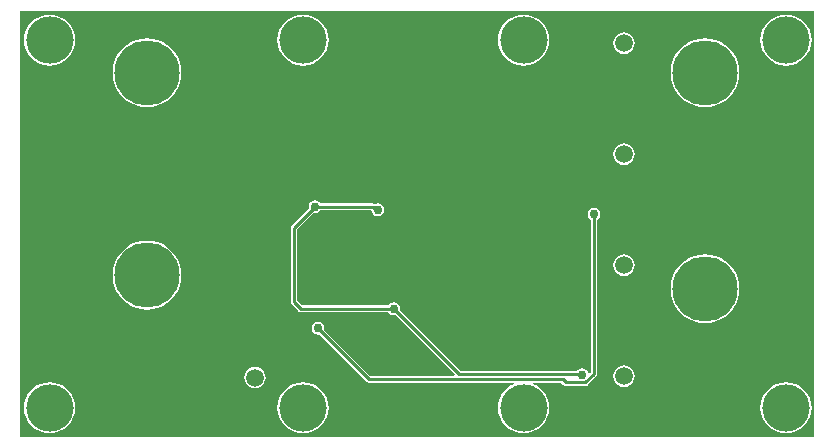
<source format=gbl>
G04*
G04 #@! TF.GenerationSoftware,Altium Limited,Altium Designer,20.0.8 (157)*
G04*
G04 Layer_Physical_Order=2*
G04 Layer_Color=16711680*
%FSLAX24Y24*%
%MOIN*%
G70*
G01*
G75*
%ADD14C,0.0100*%
%ADD36R,0.0591X0.0591*%
%ADD37C,0.0591*%
%ADD38C,0.2172*%
%ADD39R,0.2172X0.2172*%
%ADD40C,0.1575*%
%ADD41C,0.0300*%
%ADD42C,0.0150*%
G36*
X51988Y20512D02*
X25512D01*
X25512Y34738D01*
X51988D01*
X51988Y20512D01*
D02*
G37*
%LPC*%
G36*
X45650Y34008D02*
X45557Y33996D01*
X45471Y33960D01*
X45397Y33903D01*
X45340Y33829D01*
X45304Y33743D01*
X45292Y33650D01*
X45304Y33557D01*
X45340Y33471D01*
X45397Y33397D01*
X45471Y33340D01*
X45557Y33304D01*
X45650Y33292D01*
X45743Y33304D01*
X45829Y33340D01*
X45903Y33397D01*
X45960Y33471D01*
X45996Y33557D01*
X46008Y33650D01*
X45996Y33743D01*
X45960Y33829D01*
X45903Y33903D01*
X45829Y33960D01*
X45743Y33996D01*
X45650Y34008D01*
D02*
G37*
G36*
X51050Y34602D02*
X50884Y34585D01*
X50724Y34537D01*
X50577Y34458D01*
X50448Y34352D01*
X50342Y34223D01*
X50263Y34076D01*
X50215Y33916D01*
X50198Y33750D01*
X50215Y33584D01*
X50263Y33424D01*
X50342Y33277D01*
X50448Y33148D01*
X50577Y33042D01*
X50724Y32963D01*
X50884Y32915D01*
X51050Y32898D01*
X51216Y32915D01*
X51376Y32963D01*
X51523Y33042D01*
X51652Y33148D01*
X51758Y33277D01*
X51837Y33424D01*
X51885Y33584D01*
X51901Y33750D01*
X51885Y33916D01*
X51837Y34076D01*
X51758Y34223D01*
X51652Y34352D01*
X51523Y34458D01*
X51376Y34537D01*
X51216Y34585D01*
X51050Y34602D01*
D02*
G37*
G36*
X42300D02*
X42134Y34585D01*
X41974Y34537D01*
X41827Y34458D01*
X41698Y34352D01*
X41592Y34223D01*
X41513Y34076D01*
X41465Y33916D01*
X41448Y33750D01*
X41465Y33584D01*
X41513Y33424D01*
X41592Y33277D01*
X41698Y33148D01*
X41827Y33042D01*
X41974Y32963D01*
X42134Y32915D01*
X42300Y32898D01*
X42466Y32915D01*
X42626Y32963D01*
X42773Y33042D01*
X42902Y33148D01*
X43008Y33277D01*
X43087Y33424D01*
X43135Y33584D01*
X43151Y33750D01*
X43135Y33916D01*
X43087Y34076D01*
X43008Y34223D01*
X42902Y34352D01*
X42773Y34458D01*
X42626Y34537D01*
X42466Y34585D01*
X42300Y34602D01*
D02*
G37*
G36*
X34950D02*
X34784Y34585D01*
X34624Y34537D01*
X34477Y34458D01*
X34348Y34352D01*
X34242Y34223D01*
X34163Y34076D01*
X34115Y33916D01*
X34098Y33750D01*
X34115Y33584D01*
X34163Y33424D01*
X34242Y33277D01*
X34348Y33148D01*
X34477Y33042D01*
X34624Y32963D01*
X34784Y32915D01*
X34950Y32898D01*
X35116Y32915D01*
X35276Y32963D01*
X35423Y33042D01*
X35552Y33148D01*
X35658Y33277D01*
X35737Y33424D01*
X35785Y33584D01*
X35801Y33750D01*
X35785Y33916D01*
X35737Y34076D01*
X35658Y34223D01*
X35552Y34352D01*
X35423Y34458D01*
X35276Y34537D01*
X35116Y34585D01*
X34950Y34602D01*
D02*
G37*
G36*
X26500D02*
X26334Y34585D01*
X26174Y34537D01*
X26027Y34458D01*
X25898Y34352D01*
X25792Y34223D01*
X25713Y34076D01*
X25665Y33916D01*
X25649Y33750D01*
X25665Y33584D01*
X25713Y33424D01*
X25792Y33277D01*
X25898Y33148D01*
X26027Y33042D01*
X26174Y32963D01*
X26334Y32915D01*
X26500Y32898D01*
X26666Y32915D01*
X26826Y32963D01*
X26973Y33042D01*
X27102Y33148D01*
X27208Y33277D01*
X27287Y33424D01*
X27335Y33584D01*
X27352Y33750D01*
X27335Y33916D01*
X27287Y34076D01*
X27208Y34223D01*
X27102Y34352D01*
X26973Y34458D01*
X26826Y34537D01*
X26666Y34585D01*
X26500Y34602D01*
D02*
G37*
G36*
X48350Y33817D02*
X48170Y33803D01*
X47995Y33760D01*
X47828Y33691D01*
X47674Y33597D01*
X47537Y33480D01*
X47420Y33343D01*
X47326Y33189D01*
X47257Y33022D01*
X47215Y32847D01*
X47201Y32667D01*
X47215Y32488D01*
X47257Y32312D01*
X47326Y32146D01*
X47420Y31992D01*
X47537Y31855D01*
X47674Y31737D01*
X47828Y31643D01*
X47995Y31574D01*
X48170Y31532D01*
X48350Y31518D01*
X48530Y31532D01*
X48705Y31574D01*
X48872Y31643D01*
X49026Y31737D01*
X49163Y31855D01*
X49280Y31992D01*
X49374Y32146D01*
X49443Y32312D01*
X49485Y32488D01*
X49499Y32667D01*
X49485Y32847D01*
X49443Y33022D01*
X49374Y33189D01*
X49280Y33343D01*
X49163Y33480D01*
X49026Y33597D01*
X48872Y33691D01*
X48705Y33760D01*
X48530Y33803D01*
X48350Y33817D01*
D02*
G37*
G36*
X29750D02*
X29570Y33803D01*
X29395Y33760D01*
X29228Y33691D01*
X29074Y33597D01*
X28937Y33480D01*
X28820Y33343D01*
X28726Y33189D01*
X28657Y33022D01*
X28615Y32847D01*
X28601Y32667D01*
X28615Y32488D01*
X28657Y32312D01*
X28726Y32146D01*
X28820Y31992D01*
X28937Y31855D01*
X29074Y31737D01*
X29228Y31643D01*
X29395Y31574D01*
X29570Y31532D01*
X29750Y31518D01*
X29930Y31532D01*
X30105Y31574D01*
X30272Y31643D01*
X30426Y31737D01*
X30563Y31855D01*
X30680Y31992D01*
X30774Y32146D01*
X30843Y32312D01*
X30885Y32488D01*
X30899Y32667D01*
X30885Y32847D01*
X30843Y33022D01*
X30774Y33189D01*
X30680Y33343D01*
X30563Y33480D01*
X30426Y33597D01*
X30272Y33691D01*
X30105Y33760D01*
X29930Y33803D01*
X29750Y33817D01*
D02*
G37*
G36*
X45650Y30308D02*
X45557Y30296D01*
X45471Y30260D01*
X45397Y30203D01*
X45340Y30129D01*
X45304Y30043D01*
X45292Y29950D01*
X45304Y29857D01*
X45340Y29771D01*
X45397Y29697D01*
X45471Y29640D01*
X45557Y29604D01*
X45650Y29592D01*
X45743Y29604D01*
X45829Y29640D01*
X45903Y29697D01*
X45960Y29771D01*
X45996Y29857D01*
X46008Y29950D01*
X45996Y30043D01*
X45960Y30129D01*
X45903Y30203D01*
X45829Y30260D01*
X45743Y30296D01*
X45650Y30308D01*
D02*
G37*
G36*
Y26608D02*
X45557Y26596D01*
X45471Y26560D01*
X45397Y26503D01*
X45340Y26429D01*
X45304Y26343D01*
X45292Y26250D01*
X45304Y26157D01*
X45340Y26071D01*
X45397Y25997D01*
X45471Y25940D01*
X45557Y25904D01*
X45650Y25892D01*
X45743Y25904D01*
X45829Y25940D01*
X45903Y25997D01*
X45960Y26071D01*
X45996Y26157D01*
X46008Y26250D01*
X45996Y26343D01*
X45960Y26429D01*
X45903Y26503D01*
X45829Y26560D01*
X45743Y26596D01*
X45650Y26608D01*
D02*
G37*
G36*
X29750Y27067D02*
X29570Y27053D01*
X29395Y27010D01*
X29228Y26941D01*
X29074Y26847D01*
X28937Y26730D01*
X28820Y26593D01*
X28726Y26439D01*
X28657Y26272D01*
X28615Y26097D01*
X28601Y25917D01*
X28615Y25738D01*
X28657Y25562D01*
X28726Y25396D01*
X28820Y25242D01*
X28937Y25105D01*
X29074Y24987D01*
X29228Y24893D01*
X29395Y24824D01*
X29570Y24782D01*
X29750Y24768D01*
X29930Y24782D01*
X30105Y24824D01*
X30272Y24893D01*
X30426Y24987D01*
X30563Y25105D01*
X30680Y25242D01*
X30774Y25396D01*
X30843Y25562D01*
X30885Y25738D01*
X30899Y25917D01*
X30885Y26097D01*
X30843Y26272D01*
X30774Y26439D01*
X30680Y26593D01*
X30563Y26730D01*
X30426Y26847D01*
X30272Y26941D01*
X30105Y27010D01*
X29930Y27053D01*
X29750Y27067D01*
D02*
G37*
G36*
X48350Y26617D02*
X48170Y26603D01*
X47995Y26560D01*
X47828Y26491D01*
X47674Y26397D01*
X47537Y26280D01*
X47420Y26143D01*
X47326Y25989D01*
X47257Y25823D01*
X47215Y25647D01*
X47201Y25467D01*
X47215Y25288D01*
X47257Y25112D01*
X47326Y24946D01*
X47420Y24792D01*
X47537Y24655D01*
X47674Y24537D01*
X47828Y24443D01*
X47995Y24374D01*
X48170Y24332D01*
X48350Y24318D01*
X48530Y24332D01*
X48705Y24374D01*
X48872Y24443D01*
X49026Y24537D01*
X49163Y24655D01*
X49280Y24792D01*
X49374Y24946D01*
X49443Y25112D01*
X49485Y25288D01*
X49499Y25467D01*
X49485Y25647D01*
X49443Y25823D01*
X49374Y25989D01*
X49280Y26143D01*
X49163Y26280D01*
X49026Y26397D01*
X48872Y26491D01*
X48705Y26560D01*
X48530Y26603D01*
X48350Y26617D01*
D02*
G37*
G36*
X35350Y28414D02*
X35268Y28398D01*
X35199Y28351D01*
X35152Y28282D01*
X35136Y28200D01*
X35145Y28154D01*
X34571Y27579D01*
X34546Y27543D01*
X34538Y27500D01*
X34538Y27500D01*
Y25022D01*
X34538Y25022D01*
X34546Y24980D01*
X34571Y24943D01*
X34795Y24719D01*
X34795Y24719D01*
X34831Y24695D01*
X34874Y24686D01*
X34874Y24686D01*
X37795D01*
X37821Y24647D01*
X37890Y24600D01*
X37972Y24584D01*
X38018Y24593D01*
X40003Y22608D01*
X39984Y22562D01*
X37196D01*
X35655Y24104D01*
X35664Y24150D01*
X35648Y24232D01*
X35601Y24301D01*
X35532Y24348D01*
X35450Y24364D01*
X35368Y24348D01*
X35299Y24301D01*
X35252Y24232D01*
X35236Y24150D01*
X35252Y24068D01*
X35299Y23999D01*
X35368Y23952D01*
X35450Y23936D01*
X35496Y23945D01*
X37071Y22371D01*
X37107Y22346D01*
X37150Y22338D01*
X37150Y22338D01*
X41971D01*
X41978Y22288D01*
X41974Y22287D01*
X41827Y22208D01*
X41698Y22102D01*
X41592Y21973D01*
X41513Y21826D01*
X41465Y21666D01*
X41448Y21500D01*
X41465Y21334D01*
X41513Y21174D01*
X41592Y21027D01*
X41698Y20898D01*
X41827Y20792D01*
X41974Y20713D01*
X42134Y20665D01*
X42300Y20649D01*
X42466Y20665D01*
X42626Y20713D01*
X42773Y20792D01*
X42902Y20898D01*
X43008Y21027D01*
X43087Y21174D01*
X43135Y21334D01*
X43151Y21500D01*
X43135Y21666D01*
X43087Y21826D01*
X43008Y21973D01*
X42902Y22102D01*
X42773Y22208D01*
X42626Y22287D01*
X42622Y22288D01*
X42629Y22338D01*
X43554D01*
X43631Y22261D01*
X43631Y22261D01*
X43667Y22236D01*
X43710Y22228D01*
X44358D01*
X44358Y22228D01*
X44401Y22236D01*
X44437Y22261D01*
X44729Y22553D01*
X44729Y22553D01*
X44754Y22589D01*
X44762Y22632D01*
X44762Y22632D01*
Y27772D01*
X44801Y27799D01*
X44848Y27868D01*
X44864Y27950D01*
X44848Y28032D01*
X44801Y28101D01*
X44732Y28148D01*
X44650Y28164D01*
X44568Y28148D01*
X44499Y28101D01*
X44452Y28032D01*
X44436Y27950D01*
X44452Y27868D01*
X44499Y27799D01*
X44538Y27772D01*
Y22679D01*
X44501Y22642D01*
X44453Y22656D01*
X44448Y22682D01*
X44401Y22751D01*
X44332Y22798D01*
X44250Y22814D01*
X44168Y22798D01*
X44099Y22751D01*
X44079Y22722D01*
X40207D01*
X38177Y24752D01*
X38186Y24798D01*
X38170Y24880D01*
X38124Y24950D01*
X38054Y24996D01*
X37972Y25012D01*
X37890Y24996D01*
X37821Y24950D01*
X37795Y24910D01*
X34921D01*
X34762Y25069D01*
Y27454D01*
X35304Y27995D01*
X35350Y27986D01*
X35432Y28002D01*
X35501Y28049D01*
X35528Y28088D01*
X37227D01*
X37241Y28018D01*
X37288Y27948D01*
X37357Y27902D01*
X37439Y27885D01*
X37521Y27902D01*
X37591Y27948D01*
X37637Y28018D01*
X37653Y28100D01*
X37637Y28181D01*
X37591Y28251D01*
X37521Y28297D01*
X37439Y28314D01*
X37357Y28297D01*
X37348Y28291D01*
X37329Y28304D01*
X37286Y28312D01*
X37286Y28312D01*
X35528D01*
X35501Y28351D01*
X35432Y28398D01*
X35350Y28414D01*
D02*
G37*
G36*
X45650Y22908D02*
X45557Y22896D01*
X45471Y22860D01*
X45397Y22803D01*
X45340Y22729D01*
X45304Y22643D01*
X45292Y22550D01*
X45304Y22457D01*
X45340Y22371D01*
X45397Y22297D01*
X45471Y22240D01*
X45557Y22204D01*
X45650Y22192D01*
X45743Y22204D01*
X45829Y22240D01*
X45903Y22297D01*
X45960Y22371D01*
X45996Y22457D01*
X46008Y22550D01*
X45996Y22643D01*
X45960Y22729D01*
X45903Y22803D01*
X45829Y22860D01*
X45743Y22896D01*
X45650Y22908D01*
D02*
G37*
G36*
X33350Y22858D02*
X33257Y22846D01*
X33171Y22810D01*
X33097Y22753D01*
X33040Y22679D01*
X33004Y22593D01*
X32992Y22500D01*
X33004Y22407D01*
X33040Y22321D01*
X33097Y22247D01*
X33171Y22190D01*
X33257Y22154D01*
X33350Y22142D01*
X33443Y22154D01*
X33529Y22190D01*
X33603Y22247D01*
X33660Y22321D01*
X33696Y22407D01*
X33708Y22500D01*
X33696Y22593D01*
X33660Y22679D01*
X33603Y22753D01*
X33529Y22810D01*
X33443Y22846D01*
X33350Y22858D01*
D02*
G37*
G36*
X51050Y22352D02*
X50884Y22335D01*
X50724Y22287D01*
X50577Y22208D01*
X50448Y22102D01*
X50342Y21973D01*
X50263Y21826D01*
X50215Y21666D01*
X50198Y21500D01*
X50215Y21334D01*
X50263Y21174D01*
X50342Y21027D01*
X50448Y20898D01*
X50577Y20792D01*
X50724Y20713D01*
X50884Y20665D01*
X51050Y20649D01*
X51216Y20665D01*
X51376Y20713D01*
X51523Y20792D01*
X51652Y20898D01*
X51758Y21027D01*
X51837Y21174D01*
X51885Y21334D01*
X51901Y21500D01*
X51885Y21666D01*
X51837Y21826D01*
X51758Y21973D01*
X51652Y22102D01*
X51523Y22208D01*
X51376Y22287D01*
X51216Y22335D01*
X51050Y22352D01*
D02*
G37*
G36*
X34950D02*
X34784Y22335D01*
X34624Y22287D01*
X34477Y22208D01*
X34348Y22102D01*
X34242Y21973D01*
X34163Y21826D01*
X34115Y21666D01*
X34098Y21500D01*
X34115Y21334D01*
X34163Y21174D01*
X34242Y21027D01*
X34348Y20898D01*
X34477Y20792D01*
X34624Y20713D01*
X34784Y20665D01*
X34950Y20649D01*
X35116Y20665D01*
X35276Y20713D01*
X35423Y20792D01*
X35552Y20898D01*
X35658Y21027D01*
X35737Y21174D01*
X35785Y21334D01*
X35801Y21500D01*
X35785Y21666D01*
X35737Y21826D01*
X35658Y21973D01*
X35552Y22102D01*
X35423Y22208D01*
X35276Y22287D01*
X35116Y22335D01*
X34950Y22352D01*
D02*
G37*
G36*
X26500D02*
X26334Y22335D01*
X26174Y22287D01*
X26027Y22208D01*
X25898Y22102D01*
X25792Y21973D01*
X25713Y21826D01*
X25665Y21666D01*
X25649Y21500D01*
X25665Y21334D01*
X25713Y21174D01*
X25792Y21027D01*
X25898Y20898D01*
X26027Y20792D01*
X26174Y20713D01*
X26334Y20665D01*
X26500Y20649D01*
X26666Y20665D01*
X26826Y20713D01*
X26973Y20792D01*
X27102Y20898D01*
X27208Y21027D01*
X27287Y21174D01*
X27335Y21334D01*
X27352Y21500D01*
X27335Y21666D01*
X27287Y21826D01*
X27208Y21973D01*
X27102Y22102D01*
X26973Y22208D01*
X26826Y22287D01*
X26666Y22335D01*
X26500Y22352D01*
D02*
G37*
%LPD*%
D14*
X34874Y24798D02*
X37972D01*
X34650Y25022D02*
Y27500D01*
Y25022D02*
X34874Y24798D01*
X34650Y27500D02*
X35350Y28200D01*
X43710Y22340D02*
X44358D01*
X44650Y22632D01*
Y27950D01*
X43600Y22450D02*
X43710Y22340D01*
X40160Y22610D02*
X44240D01*
X37972Y24798D02*
X40160Y22610D01*
X44240D02*
X44250Y22600D01*
X35450Y24150D02*
X37150Y22450D01*
X43600D01*
X37286Y28200D02*
X37386Y28100D01*
X37439D01*
X35350Y28200D02*
X37286D01*
D36*
X45650Y25250D02*
D03*
Y28950D02*
D03*
Y21550D02*
D03*
Y32650D02*
D03*
X33350Y21500D02*
D03*
D37*
X45650Y26250D02*
D03*
Y29950D02*
D03*
Y22550D02*
D03*
Y33650D02*
D03*
X33350Y22500D02*
D03*
D38*
X29750Y32667D02*
D03*
Y25917D02*
D03*
X48350Y32667D02*
D03*
Y25467D02*
D03*
D39*
X29750Y29833D02*
D03*
Y23083D02*
D03*
X48350Y29833D02*
D03*
Y22633D02*
D03*
D40*
X34950Y33750D02*
D03*
Y21500D02*
D03*
X51050D02*
D03*
Y33750D02*
D03*
X42300Y21500D02*
D03*
Y33750D02*
D03*
X26500D02*
D03*
Y21500D02*
D03*
D41*
X44650Y27950D02*
D03*
X44250Y22600D02*
D03*
X42150Y23200D02*
D03*
X43300D02*
D03*
X35450Y24150D02*
D03*
X38300Y29850D02*
D03*
X37439Y28100D02*
D03*
X37972Y24798D02*
D03*
X35350Y28200D02*
D03*
X43350Y30400D02*
D03*
X42150D02*
D03*
X38100D02*
D03*
X36850Y32650D02*
D03*
X34800Y30400D02*
D03*
X34450Y29850D02*
D03*
X33350Y29200D02*
D03*
Y24200D02*
D03*
D42*
X36600Y27550D02*
D03*
X36800Y27300D02*
D03*
X36100D02*
D03*
X36300Y27550D02*
D03*
X36100Y26700D02*
D03*
X36300Y26950D02*
D03*
X36600D02*
D03*
X36800Y26700D02*
D03*
X36600Y26100D02*
D03*
X36800Y26350D02*
D03*
X36300Y26100D02*
D03*
X36100Y26350D02*
D03*
M02*

</source>
